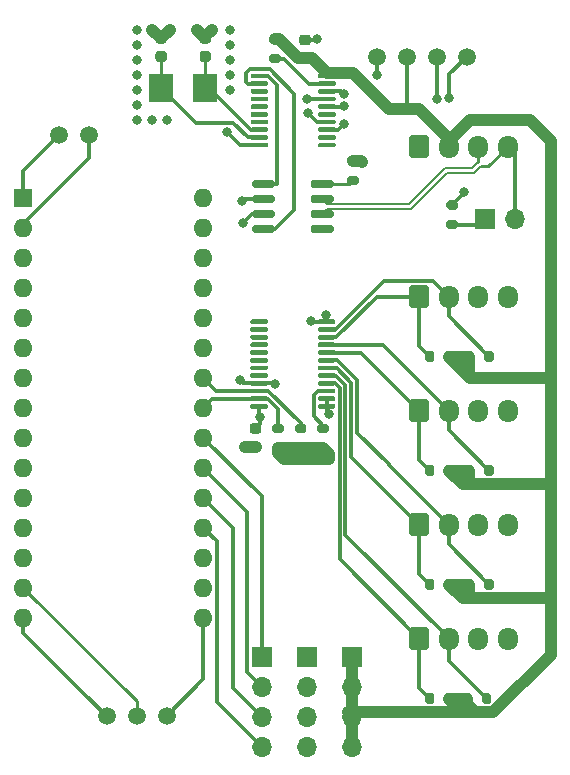
<source format=gbr>
%TF.GenerationSoftware,KiCad,Pcbnew,(5.1.9)-1*%
%TF.CreationDate,2021-07-30T23:28:39+09:30*%
%TF.ProjectId,tyre_temp_sense,74797265-5f74-4656-9d70-5f73656e7365,rev?*%
%TF.SameCoordinates,Original*%
%TF.FileFunction,Copper,L1,Top*%
%TF.FilePolarity,Positive*%
%FSLAX46Y46*%
G04 Gerber Fmt 4.6, Leading zero omitted, Abs format (unit mm)*
G04 Created by KiCad (PCBNEW (5.1.9)-1) date 2021-07-30 23:28:39*
%MOMM*%
%LPD*%
G01*
G04 APERTURE LIST*
%TA.AperFunction,ComponentPad*%
%ADD10O,1.600000X1.600000*%
%TD*%
%TA.AperFunction,ComponentPad*%
%ADD11R,1.600000X1.600000*%
%TD*%
%TA.AperFunction,SMDPad,CuDef*%
%ADD12C,1.500000*%
%TD*%
%TA.AperFunction,ComponentPad*%
%ADD13O,1.700000X1.700000*%
%TD*%
%TA.AperFunction,ComponentPad*%
%ADD14R,1.700000X1.700000*%
%TD*%
%TA.AperFunction,SMDPad,CuDef*%
%ADD15R,2.000000X2.400000*%
%TD*%
%TA.AperFunction,ComponentPad*%
%ADD16O,1.700000X1.950000*%
%TD*%
%TA.AperFunction,ViaPad*%
%ADD17C,0.800000*%
%TD*%
%TA.AperFunction,Conductor*%
%ADD18C,0.300000*%
%TD*%
%TA.AperFunction,Conductor*%
%ADD19C,0.250000*%
%TD*%
%TA.AperFunction,Conductor*%
%ADD20C,1.000000*%
%TD*%
%TA.AperFunction,Conductor*%
%ADD21C,0.200000*%
%TD*%
G04 APERTURE END LIST*
D10*
%TO.P,A1,16*%
%TO.N,CLK_CAN*%
X88392000Y-90678000D03*
%TO.P,A1,15*%
%TO.N,MISO_CAN*%
X73152000Y-90678000D03*
%TO.P,A1,30*%
%TO.N,Net-(A1-Pad30)*%
X88392000Y-55118000D03*
%TO.P,A1,14*%
%TO.N,MOSI_CAN*%
X73152000Y-88138000D03*
%TO.P,A1,29*%
%TO.N,GND*%
X88392000Y-57658000D03*
%TO.P,A1,13*%
%TO.N,Net-(A1-Pad13)*%
X73152000Y-85598000D03*
%TO.P,A1,28*%
%TO.N,Net-(A1-Pad28)*%
X88392000Y-60198000D03*
%TO.P,A1,12*%
%TO.N,Net-(A1-Pad12)*%
X73152000Y-83058000D03*
%TO.P,A1,27*%
%TO.N,+5V*%
X88392000Y-62738000D03*
%TO.P,A1,11*%
%TO.N,Net-(A1-Pad11)*%
X73152000Y-80518000D03*
%TO.P,A1,26*%
%TO.N,Net-(A1-Pad26)*%
X88392000Y-65278000D03*
%TO.P,A1,10*%
%TO.N,Net-(A1-Pad10)*%
X73152000Y-77978000D03*
%TO.P,A1,25*%
%TO.N,Net-(A1-Pad25)*%
X88392000Y-67818000D03*
%TO.P,A1,9*%
%TO.N,D6*%
X73152000Y-75438000D03*
%TO.P,A1,24*%
%TO.N,SCL*%
X88392000Y-70358000D03*
%TO.P,A1,8*%
%TO.N,Net-(A1-Pad8)*%
X73152000Y-72898000D03*
%TO.P,A1,23*%
%TO.N,SDA*%
X88392000Y-72898000D03*
%TO.P,A1,7*%
%TO.N,Net-(A1-Pad7)*%
X73152000Y-70358000D03*
%TO.P,A1,22*%
%TO.N,A3*%
X88392000Y-75438000D03*
%TO.P,A1,6*%
%TO.N,Net-(A1-Pad6)*%
X73152000Y-67818000D03*
%TO.P,A1,21*%
%TO.N,A2*%
X88392000Y-77978000D03*
%TO.P,A1,5*%
%TO.N,D2*%
X73152000Y-65278000D03*
%TO.P,A1,20*%
%TO.N,A1*%
X88392000Y-80518000D03*
%TO.P,A1,4*%
%TO.N,GND*%
X73152000Y-62738000D03*
%TO.P,A1,19*%
%TO.N,A0*%
X88392000Y-83058000D03*
%TO.P,A1,3*%
%TO.N,Net-(A1-Pad3)*%
X73152000Y-60198000D03*
%TO.P,A1,18*%
%TO.N,Net-(A1-Pad18)*%
X88392000Y-85598000D03*
%TO.P,A1,2*%
%TO.N,Net-(A1-Pad2)*%
X73152000Y-57658000D03*
%TO.P,A1,17*%
%TO.N,+3V3*%
X88392000Y-88138000D03*
D11*
%TO.P,A1,1*%
%TO.N,Net-(A1-Pad1)*%
X73152000Y-55118000D03*
%TD*%
D12*
%TO.P,TP6,1*%
%TO.N,MISO_CAN*%
X80232000Y-99000000D03*
%TD*%
%TO.P,TP3,1*%
%TO.N,CAN+*%
X108204000Y-43180000D03*
%TD*%
%TO.P,TP4,1*%
%TO.N,+5V*%
X105664000Y-43180000D03*
%TD*%
%TO.P,TP1,1*%
%TO.N,CAN-*%
X110744000Y-43180000D03*
%TD*%
D13*
%TO.P,J9,4*%
%TO.N,GND*%
X97155000Y-101600000D03*
%TO.P,J9,3*%
X97155000Y-99060000D03*
%TO.P,J9,2*%
X97155000Y-96520000D03*
D14*
%TO.P,J9,1*%
X97155000Y-93980000D03*
%TD*%
D13*
%TO.P,J3,4*%
%TO.N,A0*%
X93345000Y-101600000D03*
%TO.P,J3,3*%
%TO.N,A1*%
X93345000Y-99060000D03*
%TO.P,J3,2*%
%TO.N,A2*%
X93345000Y-96520000D03*
D14*
%TO.P,J3,1*%
%TO.N,A3*%
X93345000Y-93980000D03*
%TD*%
D13*
%TO.P,J2,4*%
%TO.N,+5V*%
X100965000Y-101600000D03*
%TO.P,J2,3*%
X100965000Y-99060000D03*
%TO.P,J2,2*%
X100965000Y-96520000D03*
D14*
%TO.P,J2,1*%
X100965000Y-93980000D03*
%TD*%
D15*
%TO.P,Y1,2*%
%TO.N,Net-(C2-Pad1)*%
X88572000Y-45836000D03*
%TO.P,Y1,1*%
%TO.N,Net-(C3-Pad1)*%
X84872000Y-45836000D03*
%TD*%
%TO.P,C2,2*%
%TO.N,GND*%
%TA.AperFunction,SMDPad,CuDef*%
G36*
G01*
X88822000Y-42080000D02*
X88322000Y-42080000D01*
G75*
G02*
X88097000Y-41855000I0J225000D01*
G01*
X88097000Y-41405000D01*
G75*
G02*
X88322000Y-41180000I225000J0D01*
G01*
X88822000Y-41180000D01*
G75*
G02*
X89047000Y-41405000I0J-225000D01*
G01*
X89047000Y-41855000D01*
G75*
G02*
X88822000Y-42080000I-225000J0D01*
G01*
G37*
%TD.AperFunction*%
%TO.P,C2,1*%
%TO.N,Net-(C2-Pad1)*%
%TA.AperFunction,SMDPad,CuDef*%
G36*
G01*
X88822000Y-43630000D02*
X88322000Y-43630000D01*
G75*
G02*
X88097000Y-43405000I0J225000D01*
G01*
X88097000Y-42955000D01*
G75*
G02*
X88322000Y-42730000I225000J0D01*
G01*
X88822000Y-42730000D01*
G75*
G02*
X89047000Y-42955000I0J-225000D01*
G01*
X89047000Y-43405000D01*
G75*
G02*
X88822000Y-43630000I-225000J0D01*
G01*
G37*
%TD.AperFunction*%
%TD*%
%TO.P,U3,8*%
%TO.N,Net-(R13-Pad1)*%
%TA.AperFunction,SMDPad,CuDef*%
G36*
G01*
X97500000Y-54125000D02*
X97500000Y-53825000D01*
G75*
G02*
X97650000Y-53675000I150000J0D01*
G01*
X99300000Y-53675000D01*
G75*
G02*
X99450000Y-53825000I0J-150000D01*
G01*
X99450000Y-54125000D01*
G75*
G02*
X99300000Y-54275000I-150000J0D01*
G01*
X97650000Y-54275000D01*
G75*
G02*
X97500000Y-54125000I0J150000D01*
G01*
G37*
%TD.AperFunction*%
%TO.P,U3,7*%
%TO.N,CAN+*%
%TA.AperFunction,SMDPad,CuDef*%
G36*
G01*
X97500000Y-55395000D02*
X97500000Y-55095000D01*
G75*
G02*
X97650000Y-54945000I150000J0D01*
G01*
X99300000Y-54945000D01*
G75*
G02*
X99450000Y-55095000I0J-150000D01*
G01*
X99450000Y-55395000D01*
G75*
G02*
X99300000Y-55545000I-150000J0D01*
G01*
X97650000Y-55545000D01*
G75*
G02*
X97500000Y-55395000I0J150000D01*
G01*
G37*
%TD.AperFunction*%
%TO.P,U3,6*%
%TO.N,CAN-*%
%TA.AperFunction,SMDPad,CuDef*%
G36*
G01*
X97500000Y-56665000D02*
X97500000Y-56365000D01*
G75*
G02*
X97650000Y-56215000I150000J0D01*
G01*
X99300000Y-56215000D01*
G75*
G02*
X99450000Y-56365000I0J-150000D01*
G01*
X99450000Y-56665000D01*
G75*
G02*
X99300000Y-56815000I-150000J0D01*
G01*
X97650000Y-56815000D01*
G75*
G02*
X97500000Y-56665000I0J150000D01*
G01*
G37*
%TD.AperFunction*%
%TO.P,U3,5*%
%TO.N,Net-(U3-Pad5)*%
%TA.AperFunction,SMDPad,CuDef*%
G36*
G01*
X97500000Y-57935000D02*
X97500000Y-57635000D01*
G75*
G02*
X97650000Y-57485000I150000J0D01*
G01*
X99300000Y-57485000D01*
G75*
G02*
X99450000Y-57635000I0J-150000D01*
G01*
X99450000Y-57935000D01*
G75*
G02*
X99300000Y-58085000I-150000J0D01*
G01*
X97650000Y-58085000D01*
G75*
G02*
X97500000Y-57935000I0J150000D01*
G01*
G37*
%TD.AperFunction*%
%TO.P,U3,4*%
%TO.N,Net-(U2-Pad2)*%
%TA.AperFunction,SMDPad,CuDef*%
G36*
G01*
X92550000Y-57935000D02*
X92550000Y-57635000D01*
G75*
G02*
X92700000Y-57485000I150000J0D01*
G01*
X94350000Y-57485000D01*
G75*
G02*
X94500000Y-57635000I0J-150000D01*
G01*
X94500000Y-57935000D01*
G75*
G02*
X94350000Y-58085000I-150000J0D01*
G01*
X92700000Y-58085000D01*
G75*
G02*
X92550000Y-57935000I0J150000D01*
G01*
G37*
%TD.AperFunction*%
%TO.P,U3,3*%
%TO.N,+5V*%
%TA.AperFunction,SMDPad,CuDef*%
G36*
G01*
X92550000Y-56665000D02*
X92550000Y-56365000D01*
G75*
G02*
X92700000Y-56215000I150000J0D01*
G01*
X94350000Y-56215000D01*
G75*
G02*
X94500000Y-56365000I0J-150000D01*
G01*
X94500000Y-56665000D01*
G75*
G02*
X94350000Y-56815000I-150000J0D01*
G01*
X92700000Y-56815000D01*
G75*
G02*
X92550000Y-56665000I0J150000D01*
G01*
G37*
%TD.AperFunction*%
%TO.P,U3,2*%
%TO.N,GND*%
%TA.AperFunction,SMDPad,CuDef*%
G36*
G01*
X92550000Y-55395000D02*
X92550000Y-55095000D01*
G75*
G02*
X92700000Y-54945000I150000J0D01*
G01*
X94350000Y-54945000D01*
G75*
G02*
X94500000Y-55095000I0J-150000D01*
G01*
X94500000Y-55395000D01*
G75*
G02*
X94350000Y-55545000I-150000J0D01*
G01*
X92700000Y-55545000D01*
G75*
G02*
X92550000Y-55395000I0J150000D01*
G01*
G37*
%TD.AperFunction*%
%TO.P,U3,1*%
%TO.N,Net-(U2-Pad1)*%
%TA.AperFunction,SMDPad,CuDef*%
G36*
G01*
X92550000Y-54125000D02*
X92550000Y-53825000D01*
G75*
G02*
X92700000Y-53675000I150000J0D01*
G01*
X94350000Y-53675000D01*
G75*
G02*
X94500000Y-53825000I0J-150000D01*
G01*
X94500000Y-54125000D01*
G75*
G02*
X94350000Y-54275000I-150000J0D01*
G01*
X92700000Y-54275000D01*
G75*
G02*
X92550000Y-54125000I0J150000D01*
G01*
G37*
%TD.AperFunction*%
%TD*%
%TO.P,U2,1*%
%TO.N,Net-(U2-Pad1)*%
%TA.AperFunction,SMDPad,CuDef*%
G36*
G01*
X92412000Y-44927000D02*
X92412000Y-44727000D01*
G75*
G02*
X92512000Y-44627000I100000J0D01*
G01*
X93787000Y-44627000D01*
G75*
G02*
X93887000Y-44727000I0J-100000D01*
G01*
X93887000Y-44927000D01*
G75*
G02*
X93787000Y-45027000I-100000J0D01*
G01*
X92512000Y-45027000D01*
G75*
G02*
X92412000Y-44927000I0J100000D01*
G01*
G37*
%TD.AperFunction*%
%TO.P,U2,2*%
%TO.N,Net-(U2-Pad2)*%
%TA.AperFunction,SMDPad,CuDef*%
G36*
G01*
X92412000Y-45577000D02*
X92412000Y-45377000D01*
G75*
G02*
X92512000Y-45277000I100000J0D01*
G01*
X93787000Y-45277000D01*
G75*
G02*
X93887000Y-45377000I0J-100000D01*
G01*
X93887000Y-45577000D01*
G75*
G02*
X93787000Y-45677000I-100000J0D01*
G01*
X92512000Y-45677000D01*
G75*
G02*
X92412000Y-45577000I0J100000D01*
G01*
G37*
%TD.AperFunction*%
%TO.P,U2,3*%
%TO.N,Net-(U2-Pad3)*%
%TA.AperFunction,SMDPad,CuDef*%
G36*
G01*
X92412000Y-46227000D02*
X92412000Y-46027000D01*
G75*
G02*
X92512000Y-45927000I100000J0D01*
G01*
X93787000Y-45927000D01*
G75*
G02*
X93887000Y-46027000I0J-100000D01*
G01*
X93887000Y-46227000D01*
G75*
G02*
X93787000Y-46327000I-100000J0D01*
G01*
X92512000Y-46327000D01*
G75*
G02*
X92412000Y-46227000I0J100000D01*
G01*
G37*
%TD.AperFunction*%
%TO.P,U2,4*%
%TO.N,Net-(U2-Pad4)*%
%TA.AperFunction,SMDPad,CuDef*%
G36*
G01*
X92412000Y-46877000D02*
X92412000Y-46677000D01*
G75*
G02*
X92512000Y-46577000I100000J0D01*
G01*
X93787000Y-46577000D01*
G75*
G02*
X93887000Y-46677000I0J-100000D01*
G01*
X93887000Y-46877000D01*
G75*
G02*
X93787000Y-46977000I-100000J0D01*
G01*
X92512000Y-46977000D01*
G75*
G02*
X92412000Y-46877000I0J100000D01*
G01*
G37*
%TD.AperFunction*%
%TO.P,U2,5*%
%TO.N,Net-(U2-Pad5)*%
%TA.AperFunction,SMDPad,CuDef*%
G36*
G01*
X92412000Y-47527000D02*
X92412000Y-47327000D01*
G75*
G02*
X92512000Y-47227000I100000J0D01*
G01*
X93787000Y-47227000D01*
G75*
G02*
X93887000Y-47327000I0J-100000D01*
G01*
X93887000Y-47527000D01*
G75*
G02*
X93787000Y-47627000I-100000J0D01*
G01*
X92512000Y-47627000D01*
G75*
G02*
X92412000Y-47527000I0J100000D01*
G01*
G37*
%TD.AperFunction*%
%TO.P,U2,6*%
%TO.N,Net-(U2-Pad6)*%
%TA.AperFunction,SMDPad,CuDef*%
G36*
G01*
X92412000Y-48177000D02*
X92412000Y-47977000D01*
G75*
G02*
X92512000Y-47877000I100000J0D01*
G01*
X93787000Y-47877000D01*
G75*
G02*
X93887000Y-47977000I0J-100000D01*
G01*
X93887000Y-48177000D01*
G75*
G02*
X93787000Y-48277000I-100000J0D01*
G01*
X92512000Y-48277000D01*
G75*
G02*
X92412000Y-48177000I0J100000D01*
G01*
G37*
%TD.AperFunction*%
%TO.P,U2,7*%
%TO.N,Net-(U2-Pad7)*%
%TA.AperFunction,SMDPad,CuDef*%
G36*
G01*
X92412000Y-48827000D02*
X92412000Y-48627000D01*
G75*
G02*
X92512000Y-48527000I100000J0D01*
G01*
X93787000Y-48527000D01*
G75*
G02*
X93887000Y-48627000I0J-100000D01*
G01*
X93887000Y-48827000D01*
G75*
G02*
X93787000Y-48927000I-100000J0D01*
G01*
X92512000Y-48927000D01*
G75*
G02*
X92412000Y-48827000I0J100000D01*
G01*
G37*
%TD.AperFunction*%
%TO.P,U2,8*%
%TO.N,Net-(C2-Pad1)*%
%TA.AperFunction,SMDPad,CuDef*%
G36*
G01*
X92412000Y-49477000D02*
X92412000Y-49277000D01*
G75*
G02*
X92512000Y-49177000I100000J0D01*
G01*
X93787000Y-49177000D01*
G75*
G02*
X93887000Y-49277000I0J-100000D01*
G01*
X93887000Y-49477000D01*
G75*
G02*
X93787000Y-49577000I-100000J0D01*
G01*
X92512000Y-49577000D01*
G75*
G02*
X92412000Y-49477000I0J100000D01*
G01*
G37*
%TD.AperFunction*%
%TO.P,U2,9*%
%TO.N,Net-(C3-Pad1)*%
%TA.AperFunction,SMDPad,CuDef*%
G36*
G01*
X92412000Y-50127000D02*
X92412000Y-49927000D01*
G75*
G02*
X92512000Y-49827000I100000J0D01*
G01*
X93787000Y-49827000D01*
G75*
G02*
X93887000Y-49927000I0J-100000D01*
G01*
X93887000Y-50127000D01*
G75*
G02*
X93787000Y-50227000I-100000J0D01*
G01*
X92512000Y-50227000D01*
G75*
G02*
X92412000Y-50127000I0J100000D01*
G01*
G37*
%TD.AperFunction*%
%TO.P,U2,10*%
%TO.N,GND*%
%TA.AperFunction,SMDPad,CuDef*%
G36*
G01*
X92412000Y-50777000D02*
X92412000Y-50577000D01*
G75*
G02*
X92512000Y-50477000I100000J0D01*
G01*
X93787000Y-50477000D01*
G75*
G02*
X93887000Y-50577000I0J-100000D01*
G01*
X93887000Y-50777000D01*
G75*
G02*
X93787000Y-50877000I-100000J0D01*
G01*
X92512000Y-50877000D01*
G75*
G02*
X92412000Y-50777000I0J100000D01*
G01*
G37*
%TD.AperFunction*%
%TO.P,U2,11*%
%TO.N,Net-(U2-Pad11)*%
%TA.AperFunction,SMDPad,CuDef*%
G36*
G01*
X98137000Y-50777000D02*
X98137000Y-50577000D01*
G75*
G02*
X98237000Y-50477000I100000J0D01*
G01*
X99512000Y-50477000D01*
G75*
G02*
X99612000Y-50577000I0J-100000D01*
G01*
X99612000Y-50777000D01*
G75*
G02*
X99512000Y-50877000I-100000J0D01*
G01*
X98237000Y-50877000D01*
G75*
G02*
X98137000Y-50777000I0J100000D01*
G01*
G37*
%TD.AperFunction*%
%TO.P,U2,12*%
%TO.N,Net-(U2-Pad12)*%
%TA.AperFunction,SMDPad,CuDef*%
G36*
G01*
X98137000Y-50127000D02*
X98137000Y-49927000D01*
G75*
G02*
X98237000Y-49827000I100000J0D01*
G01*
X99512000Y-49827000D01*
G75*
G02*
X99612000Y-49927000I0J-100000D01*
G01*
X99612000Y-50127000D01*
G75*
G02*
X99512000Y-50227000I-100000J0D01*
G01*
X98237000Y-50227000D01*
G75*
G02*
X98137000Y-50127000I0J100000D01*
G01*
G37*
%TD.AperFunction*%
%TO.P,U2,13*%
%TO.N,D2*%
%TA.AperFunction,SMDPad,CuDef*%
G36*
G01*
X98137000Y-49477000D02*
X98137000Y-49277000D01*
G75*
G02*
X98237000Y-49177000I100000J0D01*
G01*
X99512000Y-49177000D01*
G75*
G02*
X99612000Y-49277000I0J-100000D01*
G01*
X99612000Y-49477000D01*
G75*
G02*
X99512000Y-49577000I-100000J0D01*
G01*
X98237000Y-49577000D01*
G75*
G02*
X98137000Y-49477000I0J100000D01*
G01*
G37*
%TD.AperFunction*%
%TO.P,U2,14*%
%TO.N,CLK_CAN*%
%TA.AperFunction,SMDPad,CuDef*%
G36*
G01*
X98137000Y-48827000D02*
X98137000Y-48627000D01*
G75*
G02*
X98237000Y-48527000I100000J0D01*
G01*
X99512000Y-48527000D01*
G75*
G02*
X99612000Y-48627000I0J-100000D01*
G01*
X99612000Y-48827000D01*
G75*
G02*
X99512000Y-48927000I-100000J0D01*
G01*
X98237000Y-48927000D01*
G75*
G02*
X98137000Y-48827000I0J100000D01*
G01*
G37*
%TD.AperFunction*%
%TO.P,U2,15*%
%TO.N,Net-(U2-Pad15)*%
%TA.AperFunction,SMDPad,CuDef*%
G36*
G01*
X98137000Y-48177000D02*
X98137000Y-47977000D01*
G75*
G02*
X98237000Y-47877000I100000J0D01*
G01*
X99512000Y-47877000D01*
G75*
G02*
X99612000Y-47977000I0J-100000D01*
G01*
X99612000Y-48177000D01*
G75*
G02*
X99512000Y-48277000I-100000J0D01*
G01*
X98237000Y-48277000D01*
G75*
G02*
X98137000Y-48177000I0J100000D01*
G01*
G37*
%TD.AperFunction*%
%TO.P,U2,16*%
%TO.N,MOSI_CAN*%
%TA.AperFunction,SMDPad,CuDef*%
G36*
G01*
X98137000Y-47527000D02*
X98137000Y-47327000D01*
G75*
G02*
X98237000Y-47227000I100000J0D01*
G01*
X99512000Y-47227000D01*
G75*
G02*
X99612000Y-47327000I0J-100000D01*
G01*
X99612000Y-47527000D01*
G75*
G02*
X99512000Y-47627000I-100000J0D01*
G01*
X98237000Y-47627000D01*
G75*
G02*
X98137000Y-47527000I0J100000D01*
G01*
G37*
%TD.AperFunction*%
%TO.P,U2,17*%
%TO.N,MISO_CAN*%
%TA.AperFunction,SMDPad,CuDef*%
G36*
G01*
X98137000Y-46877000D02*
X98137000Y-46677000D01*
G75*
G02*
X98237000Y-46577000I100000J0D01*
G01*
X99512000Y-46577000D01*
G75*
G02*
X99612000Y-46677000I0J-100000D01*
G01*
X99612000Y-46877000D01*
G75*
G02*
X99512000Y-46977000I-100000J0D01*
G01*
X98237000Y-46977000D01*
G75*
G02*
X98137000Y-46877000I0J100000D01*
G01*
G37*
%TD.AperFunction*%
%TO.P,U2,18*%
%TO.N,D6*%
%TA.AperFunction,SMDPad,CuDef*%
G36*
G01*
X98137000Y-46227000D02*
X98137000Y-46027000D01*
G75*
G02*
X98237000Y-45927000I100000J0D01*
G01*
X99512000Y-45927000D01*
G75*
G02*
X99612000Y-46027000I0J-100000D01*
G01*
X99612000Y-46227000D01*
G75*
G02*
X99512000Y-46327000I-100000J0D01*
G01*
X98237000Y-46327000D01*
G75*
G02*
X98137000Y-46227000I0J100000D01*
G01*
G37*
%TD.AperFunction*%
%TO.P,U2,19*%
%TO.N,Net-(R12-Pad2)*%
%TA.AperFunction,SMDPad,CuDef*%
G36*
G01*
X98137000Y-45577000D02*
X98137000Y-45377000D01*
G75*
G02*
X98237000Y-45277000I100000J0D01*
G01*
X99512000Y-45277000D01*
G75*
G02*
X99612000Y-45377000I0J-100000D01*
G01*
X99612000Y-45577000D01*
G75*
G02*
X99512000Y-45677000I-100000J0D01*
G01*
X98237000Y-45677000D01*
G75*
G02*
X98137000Y-45577000I0J100000D01*
G01*
G37*
%TD.AperFunction*%
%TO.P,U2,20*%
%TO.N,+5V*%
%TA.AperFunction,SMDPad,CuDef*%
G36*
G01*
X98137000Y-44927000D02*
X98137000Y-44727000D01*
G75*
G02*
X98237000Y-44627000I100000J0D01*
G01*
X99512000Y-44627000D01*
G75*
G02*
X99612000Y-44727000I0J-100000D01*
G01*
X99612000Y-44927000D01*
G75*
G02*
X99512000Y-45027000I-100000J0D01*
G01*
X98237000Y-45027000D01*
G75*
G02*
X98137000Y-44927000I0J100000D01*
G01*
G37*
%TD.AperFunction*%
%TD*%
%TO.P,U1,24*%
%TO.N,+5V*%
%TA.AperFunction,SMDPad,CuDef*%
G36*
G01*
X93875000Y-72694000D02*
X93875000Y-72894000D01*
G75*
G02*
X93775000Y-72994000I-100000J0D01*
G01*
X92500000Y-72994000D01*
G75*
G02*
X92400000Y-72894000I0J100000D01*
G01*
X92400000Y-72694000D01*
G75*
G02*
X92500000Y-72594000I100000J0D01*
G01*
X93775000Y-72594000D01*
G75*
G02*
X93875000Y-72694000I0J-100000D01*
G01*
G37*
%TD.AperFunction*%
%TO.P,U1,23*%
%TO.N,SDA*%
%TA.AperFunction,SMDPad,CuDef*%
G36*
G01*
X93875000Y-72044000D02*
X93875000Y-72244000D01*
G75*
G02*
X93775000Y-72344000I-100000J0D01*
G01*
X92500000Y-72344000D01*
G75*
G02*
X92400000Y-72244000I0J100000D01*
G01*
X92400000Y-72044000D01*
G75*
G02*
X92500000Y-71944000I100000J0D01*
G01*
X93775000Y-71944000D01*
G75*
G02*
X93875000Y-72044000I0J-100000D01*
G01*
G37*
%TD.AperFunction*%
%TO.P,U1,22*%
%TO.N,SCL*%
%TA.AperFunction,SMDPad,CuDef*%
G36*
G01*
X93875000Y-71394000D02*
X93875000Y-71594000D01*
G75*
G02*
X93775000Y-71694000I-100000J0D01*
G01*
X92500000Y-71694000D01*
G75*
G02*
X92400000Y-71594000I0J100000D01*
G01*
X92400000Y-71394000D01*
G75*
G02*
X92500000Y-71294000I100000J0D01*
G01*
X93775000Y-71294000D01*
G75*
G02*
X93875000Y-71394000I0J-100000D01*
G01*
G37*
%TD.AperFunction*%
%TO.P,U1,21*%
%TO.N,GND*%
%TA.AperFunction,SMDPad,CuDef*%
G36*
G01*
X93875000Y-70744000D02*
X93875000Y-70944000D01*
G75*
G02*
X93775000Y-71044000I-100000J0D01*
G01*
X92500000Y-71044000D01*
G75*
G02*
X92400000Y-70944000I0J100000D01*
G01*
X92400000Y-70744000D01*
G75*
G02*
X92500000Y-70644000I100000J0D01*
G01*
X93775000Y-70644000D01*
G75*
G02*
X93875000Y-70744000I0J-100000D01*
G01*
G37*
%TD.AperFunction*%
%TO.P,U1,20*%
%TO.N,Net-(U1-Pad20)*%
%TA.AperFunction,SMDPad,CuDef*%
G36*
G01*
X93875000Y-70094000D02*
X93875000Y-70294000D01*
G75*
G02*
X93775000Y-70394000I-100000J0D01*
G01*
X92500000Y-70394000D01*
G75*
G02*
X92400000Y-70294000I0J100000D01*
G01*
X92400000Y-70094000D01*
G75*
G02*
X92500000Y-69994000I100000J0D01*
G01*
X93775000Y-69994000D01*
G75*
G02*
X93875000Y-70094000I0J-100000D01*
G01*
G37*
%TD.AperFunction*%
%TO.P,U1,19*%
%TO.N,Net-(U1-Pad19)*%
%TA.AperFunction,SMDPad,CuDef*%
G36*
G01*
X93875000Y-69444000D02*
X93875000Y-69644000D01*
G75*
G02*
X93775000Y-69744000I-100000J0D01*
G01*
X92500000Y-69744000D01*
G75*
G02*
X92400000Y-69644000I0J100000D01*
G01*
X92400000Y-69444000D01*
G75*
G02*
X92500000Y-69344000I100000J0D01*
G01*
X93775000Y-69344000D01*
G75*
G02*
X93875000Y-69444000I0J-100000D01*
G01*
G37*
%TD.AperFunction*%
%TO.P,U1,18*%
%TO.N,Net-(U1-Pad18)*%
%TA.AperFunction,SMDPad,CuDef*%
G36*
G01*
X93875000Y-68794000D02*
X93875000Y-68994000D01*
G75*
G02*
X93775000Y-69094000I-100000J0D01*
G01*
X92500000Y-69094000D01*
G75*
G02*
X92400000Y-68994000I0J100000D01*
G01*
X92400000Y-68794000D01*
G75*
G02*
X92500000Y-68694000I100000J0D01*
G01*
X93775000Y-68694000D01*
G75*
G02*
X93875000Y-68794000I0J-100000D01*
G01*
G37*
%TD.AperFunction*%
%TO.P,U1,17*%
%TO.N,Net-(U1-Pad17)*%
%TA.AperFunction,SMDPad,CuDef*%
G36*
G01*
X93875000Y-68144000D02*
X93875000Y-68344000D01*
G75*
G02*
X93775000Y-68444000I-100000J0D01*
G01*
X92500000Y-68444000D01*
G75*
G02*
X92400000Y-68344000I0J100000D01*
G01*
X92400000Y-68144000D01*
G75*
G02*
X92500000Y-68044000I100000J0D01*
G01*
X93775000Y-68044000D01*
G75*
G02*
X93875000Y-68144000I0J-100000D01*
G01*
G37*
%TD.AperFunction*%
%TO.P,U1,16*%
%TO.N,Net-(U1-Pad16)*%
%TA.AperFunction,SMDPad,CuDef*%
G36*
G01*
X93875000Y-67494000D02*
X93875000Y-67694000D01*
G75*
G02*
X93775000Y-67794000I-100000J0D01*
G01*
X92500000Y-67794000D01*
G75*
G02*
X92400000Y-67694000I0J100000D01*
G01*
X92400000Y-67494000D01*
G75*
G02*
X92500000Y-67394000I100000J0D01*
G01*
X93775000Y-67394000D01*
G75*
G02*
X93875000Y-67494000I0J-100000D01*
G01*
G37*
%TD.AperFunction*%
%TO.P,U1,15*%
%TO.N,Net-(U1-Pad15)*%
%TA.AperFunction,SMDPad,CuDef*%
G36*
G01*
X93875000Y-66844000D02*
X93875000Y-67044000D01*
G75*
G02*
X93775000Y-67144000I-100000J0D01*
G01*
X92500000Y-67144000D01*
G75*
G02*
X92400000Y-67044000I0J100000D01*
G01*
X92400000Y-66844000D01*
G75*
G02*
X92500000Y-66744000I100000J0D01*
G01*
X93775000Y-66744000D01*
G75*
G02*
X93875000Y-66844000I0J-100000D01*
G01*
G37*
%TD.AperFunction*%
%TO.P,U1,14*%
%TO.N,Net-(U1-Pad14)*%
%TA.AperFunction,SMDPad,CuDef*%
G36*
G01*
X93875000Y-66194000D02*
X93875000Y-66394000D01*
G75*
G02*
X93775000Y-66494000I-100000J0D01*
G01*
X92500000Y-66494000D01*
G75*
G02*
X92400000Y-66394000I0J100000D01*
G01*
X92400000Y-66194000D01*
G75*
G02*
X92500000Y-66094000I100000J0D01*
G01*
X93775000Y-66094000D01*
G75*
G02*
X93875000Y-66194000I0J-100000D01*
G01*
G37*
%TD.AperFunction*%
%TO.P,U1,13*%
%TO.N,Net-(U1-Pad13)*%
%TA.AperFunction,SMDPad,CuDef*%
G36*
G01*
X93875000Y-65544000D02*
X93875000Y-65744000D01*
G75*
G02*
X93775000Y-65844000I-100000J0D01*
G01*
X92500000Y-65844000D01*
G75*
G02*
X92400000Y-65744000I0J100000D01*
G01*
X92400000Y-65544000D01*
G75*
G02*
X92500000Y-65444000I100000J0D01*
G01*
X93775000Y-65444000D01*
G75*
G02*
X93875000Y-65544000I0J-100000D01*
G01*
G37*
%TD.AperFunction*%
%TO.P,U1,12*%
%TO.N,GND*%
%TA.AperFunction,SMDPad,CuDef*%
G36*
G01*
X99600000Y-65544000D02*
X99600000Y-65744000D01*
G75*
G02*
X99500000Y-65844000I-100000J0D01*
G01*
X98225000Y-65844000D01*
G75*
G02*
X98125000Y-65744000I0J100000D01*
G01*
X98125000Y-65544000D01*
G75*
G02*
X98225000Y-65444000I100000J0D01*
G01*
X99500000Y-65444000D01*
G75*
G02*
X99600000Y-65544000I0J-100000D01*
G01*
G37*
%TD.AperFunction*%
%TO.P,U1,11*%
%TO.N,Net-(J7-Pad2)*%
%TA.AperFunction,SMDPad,CuDef*%
G36*
G01*
X99600000Y-66194000D02*
X99600000Y-66394000D01*
G75*
G02*
X99500000Y-66494000I-100000J0D01*
G01*
X98225000Y-66494000D01*
G75*
G02*
X98125000Y-66394000I0J100000D01*
G01*
X98125000Y-66194000D01*
G75*
G02*
X98225000Y-66094000I100000J0D01*
G01*
X99500000Y-66094000D01*
G75*
G02*
X99600000Y-66194000I0J-100000D01*
G01*
G37*
%TD.AperFunction*%
%TO.P,U1,10*%
%TO.N,Net-(J7-Pad1)*%
%TA.AperFunction,SMDPad,CuDef*%
G36*
G01*
X99600000Y-66844000D02*
X99600000Y-67044000D01*
G75*
G02*
X99500000Y-67144000I-100000J0D01*
G01*
X98225000Y-67144000D01*
G75*
G02*
X98125000Y-67044000I0J100000D01*
G01*
X98125000Y-66844000D01*
G75*
G02*
X98225000Y-66744000I100000J0D01*
G01*
X99500000Y-66744000D01*
G75*
G02*
X99600000Y-66844000I0J-100000D01*
G01*
G37*
%TD.AperFunction*%
%TO.P,U1,9*%
%TO.N,Net-(J6-Pad2)*%
%TA.AperFunction,SMDPad,CuDef*%
G36*
G01*
X99600000Y-67494000D02*
X99600000Y-67694000D01*
G75*
G02*
X99500000Y-67794000I-100000J0D01*
G01*
X98225000Y-67794000D01*
G75*
G02*
X98125000Y-67694000I0J100000D01*
G01*
X98125000Y-67494000D01*
G75*
G02*
X98225000Y-67394000I100000J0D01*
G01*
X99500000Y-67394000D01*
G75*
G02*
X99600000Y-67494000I0J-100000D01*
G01*
G37*
%TD.AperFunction*%
%TO.P,U1,8*%
%TO.N,Net-(J6-Pad1)*%
%TA.AperFunction,SMDPad,CuDef*%
G36*
G01*
X99600000Y-68144000D02*
X99600000Y-68344000D01*
G75*
G02*
X99500000Y-68444000I-100000J0D01*
G01*
X98225000Y-68444000D01*
G75*
G02*
X98125000Y-68344000I0J100000D01*
G01*
X98125000Y-68144000D01*
G75*
G02*
X98225000Y-68044000I100000J0D01*
G01*
X99500000Y-68044000D01*
G75*
G02*
X99600000Y-68144000I0J-100000D01*
G01*
G37*
%TD.AperFunction*%
%TO.P,U1,7*%
%TO.N,Net-(J5-Pad2)*%
%TA.AperFunction,SMDPad,CuDef*%
G36*
G01*
X99600000Y-68794000D02*
X99600000Y-68994000D01*
G75*
G02*
X99500000Y-69094000I-100000J0D01*
G01*
X98225000Y-69094000D01*
G75*
G02*
X98125000Y-68994000I0J100000D01*
G01*
X98125000Y-68794000D01*
G75*
G02*
X98225000Y-68694000I100000J0D01*
G01*
X99500000Y-68694000D01*
G75*
G02*
X99600000Y-68794000I0J-100000D01*
G01*
G37*
%TD.AperFunction*%
%TO.P,U1,6*%
%TO.N,Net-(J5-Pad1)*%
%TA.AperFunction,SMDPad,CuDef*%
G36*
G01*
X99600000Y-69444000D02*
X99600000Y-69644000D01*
G75*
G02*
X99500000Y-69744000I-100000J0D01*
G01*
X98225000Y-69744000D01*
G75*
G02*
X98125000Y-69644000I0J100000D01*
G01*
X98125000Y-69444000D01*
G75*
G02*
X98225000Y-69344000I100000J0D01*
G01*
X99500000Y-69344000D01*
G75*
G02*
X99600000Y-69444000I0J-100000D01*
G01*
G37*
%TD.AperFunction*%
%TO.P,U1,5*%
%TO.N,Net-(J4-Pad2)*%
%TA.AperFunction,SMDPad,CuDef*%
G36*
G01*
X99600000Y-70094000D02*
X99600000Y-70294000D01*
G75*
G02*
X99500000Y-70394000I-100000J0D01*
G01*
X98225000Y-70394000D01*
G75*
G02*
X98125000Y-70294000I0J100000D01*
G01*
X98125000Y-70094000D01*
G75*
G02*
X98225000Y-69994000I100000J0D01*
G01*
X99500000Y-69994000D01*
G75*
G02*
X99600000Y-70094000I0J-100000D01*
G01*
G37*
%TD.AperFunction*%
%TO.P,U1,4*%
%TO.N,Net-(J4-Pad1)*%
%TA.AperFunction,SMDPad,CuDef*%
G36*
G01*
X99600000Y-70744000D02*
X99600000Y-70944000D01*
G75*
G02*
X99500000Y-71044000I-100000J0D01*
G01*
X98225000Y-71044000D01*
G75*
G02*
X98125000Y-70944000I0J100000D01*
G01*
X98125000Y-70744000D01*
G75*
G02*
X98225000Y-70644000I100000J0D01*
G01*
X99500000Y-70644000D01*
G75*
G02*
X99600000Y-70744000I0J-100000D01*
G01*
G37*
%TD.AperFunction*%
%TO.P,U1,3*%
%TO.N,Net-(R1-Pad2)*%
%TA.AperFunction,SMDPad,CuDef*%
G36*
G01*
X99600000Y-71394000D02*
X99600000Y-71594000D01*
G75*
G02*
X99500000Y-71694000I-100000J0D01*
G01*
X98225000Y-71694000D01*
G75*
G02*
X98125000Y-71594000I0J100000D01*
G01*
X98125000Y-71394000D01*
G75*
G02*
X98225000Y-71294000I100000J0D01*
G01*
X99500000Y-71294000D01*
G75*
G02*
X99600000Y-71394000I0J-100000D01*
G01*
G37*
%TD.AperFunction*%
%TO.P,U1,2*%
%TO.N,GND*%
%TA.AperFunction,SMDPad,CuDef*%
G36*
G01*
X99600000Y-72044000D02*
X99600000Y-72244000D01*
G75*
G02*
X99500000Y-72344000I-100000J0D01*
G01*
X98225000Y-72344000D01*
G75*
G02*
X98125000Y-72244000I0J100000D01*
G01*
X98125000Y-72044000D01*
G75*
G02*
X98225000Y-71944000I100000J0D01*
G01*
X99500000Y-71944000D01*
G75*
G02*
X99600000Y-72044000I0J-100000D01*
G01*
G37*
%TD.AperFunction*%
%TO.P,U1,1*%
%TA.AperFunction,SMDPad,CuDef*%
G36*
G01*
X99600000Y-72694000D02*
X99600000Y-72894000D01*
G75*
G02*
X99500000Y-72994000I-100000J0D01*
G01*
X98225000Y-72994000D01*
G75*
G02*
X98125000Y-72894000I0J100000D01*
G01*
X98125000Y-72694000D01*
G75*
G02*
X98225000Y-72594000I100000J0D01*
G01*
X99500000Y-72594000D01*
G75*
G02*
X99600000Y-72694000I0J-100000D01*
G01*
G37*
%TD.AperFunction*%
%TD*%
D12*
%TO.P,TP9,1*%
%TO.N,Net-(A1-Pad1)*%
X76200000Y-49784000D03*
%TD*%
%TO.P,TP8,1*%
%TO.N,Net-(A1-Pad2)*%
X78740000Y-49784000D03*
%TD*%
%TO.P,TP7,1*%
%TO.N,CLK_CAN*%
X85312000Y-99000000D03*
%TD*%
%TO.P,TP5,1*%
%TO.N,MOSI_CAN*%
X82772000Y-99000000D03*
%TD*%
%TO.P,TP2,1*%
%TO.N,GND*%
X103124000Y-43180000D03*
%TD*%
%TO.P,R14,2*%
%TO.N,CAN+*%
%TA.AperFunction,SMDPad,CuDef*%
G36*
G01*
X109749000Y-56154000D02*
X109199000Y-56154000D01*
G75*
G02*
X108999000Y-55954000I0J200000D01*
G01*
X108999000Y-55554000D01*
G75*
G02*
X109199000Y-55354000I200000J0D01*
G01*
X109749000Y-55354000D01*
G75*
G02*
X109949000Y-55554000I0J-200000D01*
G01*
X109949000Y-55954000D01*
G75*
G02*
X109749000Y-56154000I-200000J0D01*
G01*
G37*
%TD.AperFunction*%
%TO.P,R14,1*%
%TO.N,Net-(J8-Pad1)*%
%TA.AperFunction,SMDPad,CuDef*%
G36*
G01*
X109749000Y-57804000D02*
X109199000Y-57804000D01*
G75*
G02*
X108999000Y-57604000I0J200000D01*
G01*
X108999000Y-57204000D01*
G75*
G02*
X109199000Y-57004000I200000J0D01*
G01*
X109749000Y-57004000D01*
G75*
G02*
X109949000Y-57204000I0J-200000D01*
G01*
X109949000Y-57604000D01*
G75*
G02*
X109749000Y-57804000I-200000J0D01*
G01*
G37*
%TD.AperFunction*%
%TD*%
%TO.P,R13,2*%
%TO.N,GND*%
%TA.AperFunction,SMDPad,CuDef*%
G36*
G01*
X101367000Y-52407000D02*
X100817000Y-52407000D01*
G75*
G02*
X100617000Y-52207000I0J200000D01*
G01*
X100617000Y-51807000D01*
G75*
G02*
X100817000Y-51607000I200000J0D01*
G01*
X101367000Y-51607000D01*
G75*
G02*
X101567000Y-51807000I0J-200000D01*
G01*
X101567000Y-52207000D01*
G75*
G02*
X101367000Y-52407000I-200000J0D01*
G01*
G37*
%TD.AperFunction*%
%TO.P,R13,1*%
%TO.N,Net-(R13-Pad1)*%
%TA.AperFunction,SMDPad,CuDef*%
G36*
G01*
X101367000Y-54057000D02*
X100817000Y-54057000D01*
G75*
G02*
X100617000Y-53857000I0J200000D01*
G01*
X100617000Y-53457000D01*
G75*
G02*
X100817000Y-53257000I200000J0D01*
G01*
X101367000Y-53257000D01*
G75*
G02*
X101567000Y-53457000I0J-200000D01*
G01*
X101567000Y-53857000D01*
G75*
G02*
X101367000Y-54057000I-200000J0D01*
G01*
G37*
%TD.AperFunction*%
%TD*%
%TO.P,R12,2*%
%TO.N,Net-(R12-Pad2)*%
%TA.AperFunction,SMDPad,CuDef*%
G36*
G01*
X94213000Y-42970000D02*
X94763000Y-42970000D01*
G75*
G02*
X94963000Y-43170000I0J-200000D01*
G01*
X94963000Y-43570000D01*
G75*
G02*
X94763000Y-43770000I-200000J0D01*
G01*
X94213000Y-43770000D01*
G75*
G02*
X94013000Y-43570000I0J200000D01*
G01*
X94013000Y-43170000D01*
G75*
G02*
X94213000Y-42970000I200000J0D01*
G01*
G37*
%TD.AperFunction*%
%TO.P,R12,1*%
%TO.N,+5V*%
%TA.AperFunction,SMDPad,CuDef*%
G36*
G01*
X94213000Y-41320000D02*
X94763000Y-41320000D01*
G75*
G02*
X94963000Y-41520000I0J-200000D01*
G01*
X94963000Y-41920000D01*
G75*
G02*
X94763000Y-42120000I-200000J0D01*
G01*
X94213000Y-42120000D01*
G75*
G02*
X94013000Y-41920000I0J200000D01*
G01*
X94013000Y-41520000D01*
G75*
G02*
X94213000Y-41320000I200000J0D01*
G01*
G37*
%TD.AperFunction*%
%TD*%
%TO.P,R11,2*%
%TO.N,Net-(J7-Pad1)*%
%TA.AperFunction,SMDPad,CuDef*%
G36*
G01*
X107970000Y-68305000D02*
X107970000Y-68855000D01*
G75*
G02*
X107770000Y-69055000I-200000J0D01*
G01*
X107370000Y-69055000D01*
G75*
G02*
X107170000Y-68855000I0J200000D01*
G01*
X107170000Y-68305000D01*
G75*
G02*
X107370000Y-68105000I200000J0D01*
G01*
X107770000Y-68105000D01*
G75*
G02*
X107970000Y-68305000I0J-200000D01*
G01*
G37*
%TD.AperFunction*%
%TO.P,R11,1*%
%TO.N,+5V*%
%TA.AperFunction,SMDPad,CuDef*%
G36*
G01*
X109620000Y-68305000D02*
X109620000Y-68855000D01*
G75*
G02*
X109420000Y-69055000I-200000J0D01*
G01*
X109020000Y-69055000D01*
G75*
G02*
X108820000Y-68855000I0J200000D01*
G01*
X108820000Y-68305000D01*
G75*
G02*
X109020000Y-68105000I200000J0D01*
G01*
X109420000Y-68105000D01*
G75*
G02*
X109620000Y-68305000I0J-200000D01*
G01*
G37*
%TD.AperFunction*%
%TD*%
%TO.P,R10,2*%
%TO.N,Net-(J7-Pad2)*%
%TA.AperFunction,SMDPad,CuDef*%
G36*
G01*
X112185000Y-68855000D02*
X112185000Y-68305000D01*
G75*
G02*
X112385000Y-68105000I200000J0D01*
G01*
X112785000Y-68105000D01*
G75*
G02*
X112985000Y-68305000I0J-200000D01*
G01*
X112985000Y-68855000D01*
G75*
G02*
X112785000Y-69055000I-200000J0D01*
G01*
X112385000Y-69055000D01*
G75*
G02*
X112185000Y-68855000I0J200000D01*
G01*
G37*
%TD.AperFunction*%
%TO.P,R10,1*%
%TO.N,+5V*%
%TA.AperFunction,SMDPad,CuDef*%
G36*
G01*
X110535000Y-68855000D02*
X110535000Y-68305000D01*
G75*
G02*
X110735000Y-68105000I200000J0D01*
G01*
X111135000Y-68105000D01*
G75*
G02*
X111335000Y-68305000I0J-200000D01*
G01*
X111335000Y-68855000D01*
G75*
G02*
X111135000Y-69055000I-200000J0D01*
G01*
X110735000Y-69055000D01*
G75*
G02*
X110535000Y-68855000I0J200000D01*
G01*
G37*
%TD.AperFunction*%
%TD*%
%TO.P,R9,2*%
%TO.N,Net-(J6-Pad1)*%
%TA.AperFunction,SMDPad,CuDef*%
G36*
G01*
X107970000Y-77957000D02*
X107970000Y-78507000D01*
G75*
G02*
X107770000Y-78707000I-200000J0D01*
G01*
X107370000Y-78707000D01*
G75*
G02*
X107170000Y-78507000I0J200000D01*
G01*
X107170000Y-77957000D01*
G75*
G02*
X107370000Y-77757000I200000J0D01*
G01*
X107770000Y-77757000D01*
G75*
G02*
X107970000Y-77957000I0J-200000D01*
G01*
G37*
%TD.AperFunction*%
%TO.P,R9,1*%
%TO.N,+5V*%
%TA.AperFunction,SMDPad,CuDef*%
G36*
G01*
X109620000Y-77957000D02*
X109620000Y-78507000D01*
G75*
G02*
X109420000Y-78707000I-200000J0D01*
G01*
X109020000Y-78707000D01*
G75*
G02*
X108820000Y-78507000I0J200000D01*
G01*
X108820000Y-77957000D01*
G75*
G02*
X109020000Y-77757000I200000J0D01*
G01*
X109420000Y-77757000D01*
G75*
G02*
X109620000Y-77957000I0J-200000D01*
G01*
G37*
%TD.AperFunction*%
%TD*%
%TO.P,R8,2*%
%TO.N,Net-(J6-Pad2)*%
%TA.AperFunction,SMDPad,CuDef*%
G36*
G01*
X112185000Y-78507000D02*
X112185000Y-77957000D01*
G75*
G02*
X112385000Y-77757000I200000J0D01*
G01*
X112785000Y-77757000D01*
G75*
G02*
X112985000Y-77957000I0J-200000D01*
G01*
X112985000Y-78507000D01*
G75*
G02*
X112785000Y-78707000I-200000J0D01*
G01*
X112385000Y-78707000D01*
G75*
G02*
X112185000Y-78507000I0J200000D01*
G01*
G37*
%TD.AperFunction*%
%TO.P,R8,1*%
%TO.N,+5V*%
%TA.AperFunction,SMDPad,CuDef*%
G36*
G01*
X110535000Y-78507000D02*
X110535000Y-77957000D01*
G75*
G02*
X110735000Y-77757000I200000J0D01*
G01*
X111135000Y-77757000D01*
G75*
G02*
X111335000Y-77957000I0J-200000D01*
G01*
X111335000Y-78507000D01*
G75*
G02*
X111135000Y-78707000I-200000J0D01*
G01*
X110735000Y-78707000D01*
G75*
G02*
X110535000Y-78507000I0J200000D01*
G01*
G37*
%TD.AperFunction*%
%TD*%
%TO.P,R7,2*%
%TO.N,Net-(J5-Pad1)*%
%TA.AperFunction,SMDPad,CuDef*%
G36*
G01*
X107970000Y-87609000D02*
X107970000Y-88159000D01*
G75*
G02*
X107770000Y-88359000I-200000J0D01*
G01*
X107370000Y-88359000D01*
G75*
G02*
X107170000Y-88159000I0J200000D01*
G01*
X107170000Y-87609000D01*
G75*
G02*
X107370000Y-87409000I200000J0D01*
G01*
X107770000Y-87409000D01*
G75*
G02*
X107970000Y-87609000I0J-200000D01*
G01*
G37*
%TD.AperFunction*%
%TO.P,R7,1*%
%TO.N,+5V*%
%TA.AperFunction,SMDPad,CuDef*%
G36*
G01*
X109620000Y-87609000D02*
X109620000Y-88159000D01*
G75*
G02*
X109420000Y-88359000I-200000J0D01*
G01*
X109020000Y-88359000D01*
G75*
G02*
X108820000Y-88159000I0J200000D01*
G01*
X108820000Y-87609000D01*
G75*
G02*
X109020000Y-87409000I200000J0D01*
G01*
X109420000Y-87409000D01*
G75*
G02*
X109620000Y-87609000I0J-200000D01*
G01*
G37*
%TD.AperFunction*%
%TD*%
%TO.P,R6,2*%
%TO.N,Net-(J5-Pad2)*%
%TA.AperFunction,SMDPad,CuDef*%
G36*
G01*
X112185000Y-88159000D02*
X112185000Y-87609000D01*
G75*
G02*
X112385000Y-87409000I200000J0D01*
G01*
X112785000Y-87409000D01*
G75*
G02*
X112985000Y-87609000I0J-200000D01*
G01*
X112985000Y-88159000D01*
G75*
G02*
X112785000Y-88359000I-200000J0D01*
G01*
X112385000Y-88359000D01*
G75*
G02*
X112185000Y-88159000I0J200000D01*
G01*
G37*
%TD.AperFunction*%
%TO.P,R6,1*%
%TO.N,+5V*%
%TA.AperFunction,SMDPad,CuDef*%
G36*
G01*
X110535000Y-88159000D02*
X110535000Y-87609000D01*
G75*
G02*
X110735000Y-87409000I200000J0D01*
G01*
X111135000Y-87409000D01*
G75*
G02*
X111335000Y-87609000I0J-200000D01*
G01*
X111335000Y-88159000D01*
G75*
G02*
X111135000Y-88359000I-200000J0D01*
G01*
X110735000Y-88359000D01*
G75*
G02*
X110535000Y-88159000I0J200000D01*
G01*
G37*
%TD.AperFunction*%
%TD*%
%TO.P,R5,2*%
%TO.N,Net-(J4-Pad1)*%
%TA.AperFunction,SMDPad,CuDef*%
G36*
G01*
X107970000Y-97261000D02*
X107970000Y-97811000D01*
G75*
G02*
X107770000Y-98011000I-200000J0D01*
G01*
X107370000Y-98011000D01*
G75*
G02*
X107170000Y-97811000I0J200000D01*
G01*
X107170000Y-97261000D01*
G75*
G02*
X107370000Y-97061000I200000J0D01*
G01*
X107770000Y-97061000D01*
G75*
G02*
X107970000Y-97261000I0J-200000D01*
G01*
G37*
%TD.AperFunction*%
%TO.P,R5,1*%
%TO.N,+5V*%
%TA.AperFunction,SMDPad,CuDef*%
G36*
G01*
X109620000Y-97261000D02*
X109620000Y-97811000D01*
G75*
G02*
X109420000Y-98011000I-200000J0D01*
G01*
X109020000Y-98011000D01*
G75*
G02*
X108820000Y-97811000I0J200000D01*
G01*
X108820000Y-97261000D01*
G75*
G02*
X109020000Y-97061000I200000J0D01*
G01*
X109420000Y-97061000D01*
G75*
G02*
X109620000Y-97261000I0J-200000D01*
G01*
G37*
%TD.AperFunction*%
%TD*%
%TO.P,R4,2*%
%TO.N,Net-(J4-Pad2)*%
%TA.AperFunction,SMDPad,CuDef*%
G36*
G01*
X111994000Y-97811000D02*
X111994000Y-97261000D01*
G75*
G02*
X112194000Y-97061000I200000J0D01*
G01*
X112594000Y-97061000D01*
G75*
G02*
X112794000Y-97261000I0J-200000D01*
G01*
X112794000Y-97811000D01*
G75*
G02*
X112594000Y-98011000I-200000J0D01*
G01*
X112194000Y-98011000D01*
G75*
G02*
X111994000Y-97811000I0J200000D01*
G01*
G37*
%TD.AperFunction*%
%TO.P,R4,1*%
%TO.N,+5V*%
%TA.AperFunction,SMDPad,CuDef*%
G36*
G01*
X110344000Y-97811000D02*
X110344000Y-97261000D01*
G75*
G02*
X110544000Y-97061000I200000J0D01*
G01*
X110944000Y-97061000D01*
G75*
G02*
X111144000Y-97261000I0J-200000D01*
G01*
X111144000Y-97811000D01*
G75*
G02*
X110944000Y-98011000I-200000J0D01*
G01*
X110544000Y-98011000D01*
G75*
G02*
X110344000Y-97811000I0J200000D01*
G01*
G37*
%TD.AperFunction*%
%TD*%
%TO.P,R3,2*%
%TO.N,SDA*%
%TA.AperFunction,SMDPad,CuDef*%
G36*
G01*
X95017000Y-75076000D02*
X94467000Y-75076000D01*
G75*
G02*
X94267000Y-74876000I0J200000D01*
G01*
X94267000Y-74476000D01*
G75*
G02*
X94467000Y-74276000I200000J0D01*
G01*
X95017000Y-74276000D01*
G75*
G02*
X95217000Y-74476000I0J-200000D01*
G01*
X95217000Y-74876000D01*
G75*
G02*
X95017000Y-75076000I-200000J0D01*
G01*
G37*
%TD.AperFunction*%
%TO.P,R3,1*%
%TO.N,+5V*%
%TA.AperFunction,SMDPad,CuDef*%
G36*
G01*
X95017000Y-76726000D02*
X94467000Y-76726000D01*
G75*
G02*
X94267000Y-76526000I0J200000D01*
G01*
X94267000Y-76126000D01*
G75*
G02*
X94467000Y-75926000I200000J0D01*
G01*
X95017000Y-75926000D01*
G75*
G02*
X95217000Y-76126000I0J-200000D01*
G01*
X95217000Y-76526000D01*
G75*
G02*
X95017000Y-76726000I-200000J0D01*
G01*
G37*
%TD.AperFunction*%
%TD*%
%TO.P,R2,2*%
%TO.N,SCL*%
%TA.AperFunction,SMDPad,CuDef*%
G36*
G01*
X96922000Y-75076000D02*
X96372000Y-75076000D01*
G75*
G02*
X96172000Y-74876000I0J200000D01*
G01*
X96172000Y-74476000D01*
G75*
G02*
X96372000Y-74276000I200000J0D01*
G01*
X96922000Y-74276000D01*
G75*
G02*
X97122000Y-74476000I0J-200000D01*
G01*
X97122000Y-74876000D01*
G75*
G02*
X96922000Y-75076000I-200000J0D01*
G01*
G37*
%TD.AperFunction*%
%TO.P,R2,1*%
%TO.N,+5V*%
%TA.AperFunction,SMDPad,CuDef*%
G36*
G01*
X96922000Y-76726000D02*
X96372000Y-76726000D01*
G75*
G02*
X96172000Y-76526000I0J200000D01*
G01*
X96172000Y-76126000D01*
G75*
G02*
X96372000Y-75926000I200000J0D01*
G01*
X96922000Y-75926000D01*
G75*
G02*
X97122000Y-76126000I0J-200000D01*
G01*
X97122000Y-76526000D01*
G75*
G02*
X96922000Y-76726000I-200000J0D01*
G01*
G37*
%TD.AperFunction*%
%TD*%
%TO.P,R1,2*%
%TO.N,Net-(R1-Pad2)*%
%TA.AperFunction,SMDPad,CuDef*%
G36*
G01*
X98827000Y-75076000D02*
X98277000Y-75076000D01*
G75*
G02*
X98077000Y-74876000I0J200000D01*
G01*
X98077000Y-74476000D01*
G75*
G02*
X98277000Y-74276000I200000J0D01*
G01*
X98827000Y-74276000D01*
G75*
G02*
X99027000Y-74476000I0J-200000D01*
G01*
X99027000Y-74876000D01*
G75*
G02*
X98827000Y-75076000I-200000J0D01*
G01*
G37*
%TD.AperFunction*%
%TO.P,R1,1*%
%TO.N,+5V*%
%TA.AperFunction,SMDPad,CuDef*%
G36*
G01*
X98827000Y-76726000D02*
X98277000Y-76726000D01*
G75*
G02*
X98077000Y-76526000I0J200000D01*
G01*
X98077000Y-76126000D01*
G75*
G02*
X98277000Y-75926000I200000J0D01*
G01*
X98827000Y-75926000D01*
G75*
G02*
X99027000Y-76126000I0J-200000D01*
G01*
X99027000Y-76526000D01*
G75*
G02*
X98827000Y-76726000I-200000J0D01*
G01*
G37*
%TD.AperFunction*%
%TD*%
D13*
%TO.P,J8,2*%
%TO.N,CAN-*%
X114808000Y-56896000D03*
D14*
%TO.P,J8,1*%
%TO.N,Net-(J8-Pad1)*%
X112268000Y-56896000D03*
%TD*%
D16*
%TO.P,J7,4*%
%TO.N,GND*%
X114180000Y-63500000D03*
%TO.P,J7,3*%
%TO.N,+3V3*%
X111680000Y-63500000D03*
%TO.P,J7,2*%
%TO.N,Net-(J7-Pad2)*%
X109180000Y-63500000D03*
%TO.P,J7,1*%
%TO.N,Net-(J7-Pad1)*%
%TA.AperFunction,ComponentPad*%
G36*
G01*
X105830000Y-64225000D02*
X105830000Y-62775000D01*
G75*
G02*
X106080000Y-62525000I250000J0D01*
G01*
X107280000Y-62525000D01*
G75*
G02*
X107530000Y-62775000I0J-250000D01*
G01*
X107530000Y-64225000D01*
G75*
G02*
X107280000Y-64475000I-250000J0D01*
G01*
X106080000Y-64475000D01*
G75*
G02*
X105830000Y-64225000I0J250000D01*
G01*
G37*
%TD.AperFunction*%
%TD*%
%TO.P,J6,4*%
%TO.N,GND*%
X114180000Y-73152000D03*
%TO.P,J6,3*%
%TO.N,+3V3*%
X111680000Y-73152000D03*
%TO.P,J6,2*%
%TO.N,Net-(J6-Pad2)*%
X109180000Y-73152000D03*
%TO.P,J6,1*%
%TO.N,Net-(J6-Pad1)*%
%TA.AperFunction,ComponentPad*%
G36*
G01*
X105830000Y-73877000D02*
X105830000Y-72427000D01*
G75*
G02*
X106080000Y-72177000I250000J0D01*
G01*
X107280000Y-72177000D01*
G75*
G02*
X107530000Y-72427000I0J-250000D01*
G01*
X107530000Y-73877000D01*
G75*
G02*
X107280000Y-74127000I-250000J0D01*
G01*
X106080000Y-74127000D01*
G75*
G02*
X105830000Y-73877000I0J250000D01*
G01*
G37*
%TD.AperFunction*%
%TD*%
%TO.P,J5,4*%
%TO.N,GND*%
X114180000Y-82804000D03*
%TO.P,J5,3*%
%TO.N,+3V3*%
X111680000Y-82804000D03*
%TO.P,J5,2*%
%TO.N,Net-(J5-Pad2)*%
X109180000Y-82804000D03*
%TO.P,J5,1*%
%TO.N,Net-(J5-Pad1)*%
%TA.AperFunction,ComponentPad*%
G36*
G01*
X105830000Y-83529000D02*
X105830000Y-82079000D01*
G75*
G02*
X106080000Y-81829000I250000J0D01*
G01*
X107280000Y-81829000D01*
G75*
G02*
X107530000Y-82079000I0J-250000D01*
G01*
X107530000Y-83529000D01*
G75*
G02*
X107280000Y-83779000I-250000J0D01*
G01*
X106080000Y-83779000D01*
G75*
G02*
X105830000Y-83529000I0J250000D01*
G01*
G37*
%TD.AperFunction*%
%TD*%
%TO.P,J4,4*%
%TO.N,GND*%
X114180000Y-92456000D03*
%TO.P,J4,3*%
%TO.N,+3V3*%
X111680000Y-92456000D03*
%TO.P,J4,2*%
%TO.N,Net-(J4-Pad2)*%
X109180000Y-92456000D03*
%TO.P,J4,1*%
%TO.N,Net-(J4-Pad1)*%
%TA.AperFunction,ComponentPad*%
G36*
G01*
X105830000Y-93181000D02*
X105830000Y-91731000D01*
G75*
G02*
X106080000Y-91481000I250000J0D01*
G01*
X107280000Y-91481000D01*
G75*
G02*
X107530000Y-91731000I0J-250000D01*
G01*
X107530000Y-93181000D01*
G75*
G02*
X107280000Y-93431000I-250000J0D01*
G01*
X106080000Y-93431000D01*
G75*
G02*
X105830000Y-93181000I0J250000D01*
G01*
G37*
%TD.AperFunction*%
%TD*%
%TO.P,J1,4*%
%TO.N,CAN-*%
X114180000Y-50800000D03*
%TO.P,J1,3*%
%TO.N,CAN+*%
X111680000Y-50800000D03*
%TO.P,J1,2*%
%TO.N,+5V*%
X109180000Y-50800000D03*
%TO.P,J1,1*%
%TO.N,GND*%
%TA.AperFunction,ComponentPad*%
G36*
G01*
X105830000Y-51525000D02*
X105830000Y-50075000D01*
G75*
G02*
X106080000Y-49825000I250000J0D01*
G01*
X107280000Y-49825000D01*
G75*
G02*
X107530000Y-50075000I0J-250000D01*
G01*
X107530000Y-51525000D01*
G75*
G02*
X107280000Y-51775000I-250000J0D01*
G01*
X106080000Y-51775000D01*
G75*
G02*
X105830000Y-51525000I0J250000D01*
G01*
G37*
%TD.AperFunction*%
%TD*%
%TO.P,C4,2*%
%TO.N,GND*%
%TA.AperFunction,SMDPad,CuDef*%
G36*
G01*
X97278000Y-42220000D02*
X96778000Y-42220000D01*
G75*
G02*
X96553000Y-41995000I0J225000D01*
G01*
X96553000Y-41545000D01*
G75*
G02*
X96778000Y-41320000I225000J0D01*
G01*
X97278000Y-41320000D01*
G75*
G02*
X97503000Y-41545000I0J-225000D01*
G01*
X97503000Y-41995000D01*
G75*
G02*
X97278000Y-42220000I-225000J0D01*
G01*
G37*
%TD.AperFunction*%
%TO.P,C4,1*%
%TO.N,+5V*%
%TA.AperFunction,SMDPad,CuDef*%
G36*
G01*
X97278000Y-43770000D02*
X96778000Y-43770000D01*
G75*
G02*
X96553000Y-43545000I0J225000D01*
G01*
X96553000Y-43095000D01*
G75*
G02*
X96778000Y-42870000I225000J0D01*
G01*
X97278000Y-42870000D01*
G75*
G02*
X97503000Y-43095000I0J-225000D01*
G01*
X97503000Y-43545000D01*
G75*
G02*
X97278000Y-43770000I-225000J0D01*
G01*
G37*
%TD.AperFunction*%
%TD*%
%TO.P,C3,2*%
%TO.N,GND*%
%TA.AperFunction,SMDPad,CuDef*%
G36*
G01*
X85086000Y-42080000D02*
X84586000Y-42080000D01*
G75*
G02*
X84361000Y-41855000I0J225000D01*
G01*
X84361000Y-41405000D01*
G75*
G02*
X84586000Y-41180000I225000J0D01*
G01*
X85086000Y-41180000D01*
G75*
G02*
X85311000Y-41405000I0J-225000D01*
G01*
X85311000Y-41855000D01*
G75*
G02*
X85086000Y-42080000I-225000J0D01*
G01*
G37*
%TD.AperFunction*%
%TO.P,C3,1*%
%TO.N,Net-(C3-Pad1)*%
%TA.AperFunction,SMDPad,CuDef*%
G36*
G01*
X85086000Y-43630000D02*
X84586000Y-43630000D01*
G75*
G02*
X84361000Y-43405000I0J225000D01*
G01*
X84361000Y-42955000D01*
G75*
G02*
X84586000Y-42730000I225000J0D01*
G01*
X85086000Y-42730000D01*
G75*
G02*
X85311000Y-42955000I0J-225000D01*
G01*
X85311000Y-43405000D01*
G75*
G02*
X85086000Y-43630000I-225000J0D01*
G01*
G37*
%TD.AperFunction*%
%TD*%
%TO.P,C1,2*%
%TO.N,+5V*%
%TA.AperFunction,SMDPad,CuDef*%
G36*
G01*
X93087000Y-75126000D02*
X92587000Y-75126000D01*
G75*
G02*
X92362000Y-74901000I0J225000D01*
G01*
X92362000Y-74451000D01*
G75*
G02*
X92587000Y-74226000I225000J0D01*
G01*
X93087000Y-74226000D01*
G75*
G02*
X93312000Y-74451000I0J-225000D01*
G01*
X93312000Y-74901000D01*
G75*
G02*
X93087000Y-75126000I-225000J0D01*
G01*
G37*
%TD.AperFunction*%
%TO.P,C1,1*%
%TO.N,GND*%
%TA.AperFunction,SMDPad,CuDef*%
G36*
G01*
X93087000Y-76676000D02*
X92587000Y-76676000D01*
G75*
G02*
X92362000Y-76451000I0J225000D01*
G01*
X92362000Y-76001000D01*
G75*
G02*
X92587000Y-75776000I225000J0D01*
G01*
X93087000Y-75776000D01*
G75*
G02*
X93312000Y-76001000I0J-225000D01*
G01*
X93312000Y-76451000D01*
G75*
G02*
X93087000Y-76676000I-225000J0D01*
G01*
G37*
%TD.AperFunction*%
%TD*%
D17*
%TO.N,CLK_CAN*%
X97262008Y-47937439D03*
%TO.N,MISO_CAN*%
X97179668Y-46736000D03*
%TO.N,MOSI_CAN*%
X100330000Y-47355003D03*
%TO.N,GND*%
X103124000Y-44704000D03*
X91694000Y-55372000D03*
X90380505Y-49542000D03*
X94488000Y-70866000D03*
X99060000Y-73406000D03*
X91948000Y-76200000D03*
X91497518Y-70560948D03*
X101854000Y-52070000D03*
X97536000Y-65532000D03*
X98806000Y-65024000D03*
X98044000Y-41656000D03*
X82804000Y-48514000D03*
X82804000Y-47244000D03*
X82804000Y-45974000D03*
X82804000Y-44704000D03*
X82804000Y-43434000D03*
X82804000Y-42164000D03*
X82804000Y-40894000D03*
X84074000Y-48514000D03*
X85344000Y-48514000D03*
X90678000Y-44704000D03*
X90678000Y-45974000D03*
X90678000Y-43434000D03*
X90678000Y-42164000D03*
X90678000Y-40894000D03*
X84074000Y-40894000D03*
X85598000Y-40894000D03*
X87884000Y-40894000D03*
X89154000Y-40894000D03*
%TO.N,+5V*%
X91806677Y-57280146D03*
X93218000Y-73660000D03*
X95250000Y-77216000D03*
X97282000Y-77216000D03*
X99060000Y-77216000D03*
%TO.N,D6*%
X100330000Y-46355000D03*
%TO.N,D2*%
X100330000Y-48895000D03*
%TO.N,CAN+*%
X110490000Y-54610000D03*
X108204000Y-46736000D03*
%TO.N,CAN-*%
X109242331Y-46713669D03*
%TD*%
D18*
%TO.N,CLK_CAN*%
X98051569Y-48727000D02*
X97262008Y-47937439D01*
X98874500Y-48727000D02*
X98051569Y-48727000D01*
X88392000Y-95920000D02*
X85312000Y-99000000D01*
X88392000Y-90678000D02*
X88392000Y-95920000D01*
%TO.N,MISO_CAN*%
X97220668Y-46777000D02*
X97179668Y-46736000D01*
X98874500Y-46777000D02*
X97220668Y-46777000D01*
X73152000Y-91948000D02*
X78232000Y-97028000D01*
X73152000Y-90678000D02*
X73152000Y-91948000D01*
X78260000Y-97028000D02*
X80232000Y-99000000D01*
X78232000Y-97028000D02*
X78260000Y-97028000D01*
%TO.N,MOSI_CAN*%
X100258003Y-47427000D02*
X100330000Y-47355003D01*
X98874500Y-47427000D02*
X100258003Y-47427000D01*
D19*
X82772000Y-97758000D02*
X73152000Y-88138000D01*
X82772000Y-99000000D02*
X82772000Y-97758000D01*
D18*
%TO.N,GND*%
X103124000Y-44704000D02*
X103124000Y-43180000D01*
X91821000Y-55245000D02*
X91694000Y-55372000D01*
X93525000Y-55245000D02*
X91821000Y-55245000D01*
X91515505Y-50677000D02*
X90380505Y-49542000D01*
X93149500Y-50677000D02*
X91515505Y-50677000D01*
X94466000Y-70844000D02*
X94488000Y-70866000D01*
X93137500Y-70844000D02*
X94466000Y-70844000D01*
X91780570Y-70844000D02*
X91497518Y-70560948D01*
X93137500Y-70844000D02*
X91780570Y-70844000D01*
X98862500Y-72144000D02*
X98862500Y-72794000D01*
X98862500Y-73208500D02*
X99060000Y-73406000D01*
X98862500Y-72794000D02*
X98862500Y-73208500D01*
D20*
X91974000Y-76226000D02*
X91948000Y-76200000D01*
X92837000Y-76226000D02*
X91974000Y-76226000D01*
X101791000Y-52007000D02*
X101854000Y-52070000D01*
X101092000Y-52007000D02*
X101791000Y-52007000D01*
D18*
X97648000Y-65644000D02*
X97536000Y-65532000D01*
X98862500Y-65644000D02*
X97648000Y-65644000D01*
X98862500Y-65080500D02*
X98806000Y-65024000D01*
X98862500Y-65644000D02*
X98862500Y-65080500D01*
X97930000Y-41770000D02*
X98044000Y-41656000D01*
X97028000Y-41770000D02*
X97930000Y-41770000D01*
D20*
X84100000Y-40894000D02*
X84836000Y-41630000D01*
X84074000Y-40894000D02*
X84100000Y-40894000D01*
X84862000Y-41630000D02*
X85598000Y-40894000D01*
X84836000Y-41630000D02*
X84862000Y-41630000D01*
X87884000Y-40942000D02*
X88572000Y-41630000D01*
X87884000Y-40894000D02*
X87884000Y-40942000D01*
X88572000Y-41476000D02*
X89154000Y-40894000D01*
X88572000Y-41630000D02*
X88572000Y-41476000D01*
D18*
%TO.N,+5V*%
X92571823Y-56515000D02*
X91806677Y-57280146D01*
X93525000Y-56515000D02*
X92571823Y-56515000D01*
X93137500Y-73579500D02*
X93218000Y-73660000D01*
X93137500Y-72794000D02*
X93137500Y-73579500D01*
X93218000Y-74295000D02*
X92837000Y-74676000D01*
X93218000Y-73660000D02*
X93218000Y-74295000D01*
X96647000Y-76581000D02*
X97282000Y-77216000D01*
X96647000Y-76326000D02*
X96647000Y-76581000D01*
D20*
X110935000Y-78232000D02*
X109220000Y-78232000D01*
X109220000Y-87884000D02*
X110935000Y-87884000D01*
X109220000Y-68580000D02*
X110935000Y-68580000D01*
X111411010Y-98711010D02*
X110236000Y-97536000D01*
X117856000Y-93821808D02*
X112966798Y-98711010D01*
X116078000Y-48514000D02*
X117856000Y-50292000D01*
X109180000Y-50332000D02*
X110998000Y-48514000D01*
X112966798Y-98711010D02*
X111411010Y-98711010D01*
X110998000Y-48514000D02*
X116078000Y-48514000D01*
X109180000Y-50800000D02*
X109180000Y-50332000D01*
X110236000Y-97536000D02*
X110744000Y-97536000D01*
X109220000Y-97536000D02*
X110236000Y-97536000D01*
X110998000Y-70358000D02*
X117856000Y-70358000D01*
X117856000Y-50292000D02*
X117856000Y-70358000D01*
X117696990Y-79407010D02*
X117856000Y-79248000D01*
X110395010Y-79407010D02*
X117696990Y-79407010D01*
X109220000Y-78232000D02*
X110395010Y-79407010D01*
X117856000Y-70358000D02*
X117856000Y-79248000D01*
X110935000Y-78867020D02*
X110395010Y-79407010D01*
X110935000Y-78232000D02*
X110935000Y-78867020D01*
X109220000Y-68580000D02*
X110998000Y-70358000D01*
X110935000Y-70295000D02*
X110998000Y-70358000D01*
X110935000Y-68580000D02*
X110935000Y-70295000D01*
X117696990Y-89059010D02*
X117856000Y-88900000D01*
X109220000Y-87884000D02*
X110395010Y-89059010D01*
X117856000Y-88900000D02*
X117856000Y-93821808D01*
X117856000Y-79248000D02*
X117856000Y-88900000D01*
X110935000Y-88837000D02*
X111157010Y-89059010D01*
X110935000Y-87884000D02*
X110935000Y-88837000D01*
X111157010Y-89059010D02*
X117696990Y-89059010D01*
X110395010Y-89059010D02*
X111157010Y-89059010D01*
X109220000Y-97536000D02*
X110395010Y-98711010D01*
X100965000Y-93980000D02*
X100965000Y-96520000D01*
X100965000Y-96520000D02*
X100965000Y-99060000D01*
X100965000Y-99060000D02*
X100965000Y-101600000D01*
X112108990Y-98711010D02*
X100678990Y-98711010D01*
X101313990Y-98711010D02*
X100965000Y-99060000D01*
X110395010Y-98711010D02*
X112108990Y-98711010D01*
X112108990Y-98711010D02*
X112966798Y-98711010D01*
X109180000Y-50125000D02*
X106680000Y-47625000D01*
X109180000Y-50800000D02*
X109180000Y-50125000D01*
X101091990Y-44576990D02*
X98874500Y-44576990D01*
X104140000Y-47625000D02*
X101091990Y-44576990D01*
X97617510Y-43320000D02*
X98874500Y-44576990D01*
X97028000Y-43320000D02*
X97617510Y-43320000D01*
X94802094Y-41720000D02*
X94488000Y-41720000D01*
X96402094Y-43320000D02*
X94802094Y-41720000D01*
X97028000Y-43320000D02*
X96402094Y-43320000D01*
D18*
X105664000Y-47244000D02*
X106045000Y-47625000D01*
X105664000Y-43180000D02*
X105664000Y-47244000D01*
D20*
X106045000Y-47625000D02*
X104140000Y-47625000D01*
X106680000Y-47625000D02*
X106045000Y-47625000D01*
X94742000Y-76326000D02*
X98552000Y-76326000D01*
X95250000Y-77216000D02*
X99060000Y-77216000D01*
X94742000Y-76708000D02*
X95250000Y-77216000D01*
X94742000Y-76326000D02*
X94742000Y-76708000D01*
X99060000Y-76834000D02*
X98552000Y-76326000D01*
X99060000Y-77216000D02*
X99060000Y-76834000D01*
D18*
%TO.N,D6*%
X100102000Y-46127000D02*
X100330000Y-46355000D01*
X98874500Y-46127000D02*
X100102000Y-46127000D01*
%TO.N,SCL*%
X93918534Y-71494000D02*
X93137500Y-71494000D01*
X96647000Y-74222466D02*
X93918534Y-71494000D01*
X96647000Y-74676000D02*
X96647000Y-74222466D01*
D19*
X93137500Y-71494000D02*
X92400000Y-71494000D01*
D18*
X88392000Y-70124466D02*
X88392000Y-70358000D01*
X93137500Y-71494000D02*
X92356466Y-71494000D01*
X89528000Y-71494000D02*
X93137500Y-71494000D01*
X88392000Y-70358000D02*
X89528000Y-71494000D01*
%TO.N,SDA*%
X94742000Y-74676000D02*
X94987010Y-74430990D01*
X93861414Y-72144000D02*
X93137500Y-72144000D01*
X94742000Y-73024586D02*
X93861414Y-72144000D01*
X94742000Y-74676000D02*
X94742000Y-73024586D01*
D19*
X92413590Y-72144000D02*
X93137500Y-72144000D01*
D18*
X92413586Y-72144000D02*
X93137500Y-72144000D01*
X89146000Y-72144000D02*
X93137500Y-72144000D01*
X88392000Y-72898000D02*
X89146000Y-72144000D01*
%TO.N,D2*%
X99848000Y-49377000D02*
X100330000Y-48895000D01*
X98874500Y-49377000D02*
X99848000Y-49377000D01*
%TO.N,Net-(A1-Pad2)*%
X73152000Y-57348002D02*
X73152000Y-57658000D01*
X78740000Y-51760002D02*
X73152000Y-57348002D01*
X78740000Y-49784000D02*
X78740000Y-51760002D01*
%TO.N,Net-(A1-Pad1)*%
X73152000Y-52832000D02*
X76200000Y-49784000D01*
X73152000Y-55118000D02*
X73152000Y-52832000D01*
%TO.N,Net-(J8-Pad1)*%
X111760000Y-57404000D02*
X112268000Y-56896000D01*
X109474000Y-57404000D02*
X111760000Y-57404000D01*
%TO.N,Net-(R1-Pad2)*%
X98552000Y-74676000D02*
X98536990Y-74660990D01*
X98552000Y-74676000D02*
X98552000Y-74422000D01*
X98125000Y-71494000D02*
X98862500Y-71494000D01*
X97774990Y-71844010D02*
X98125000Y-71494000D01*
X97774990Y-73644990D02*
X97774990Y-71844010D01*
X98552000Y-74422000D02*
X97774990Y-73644990D01*
%TO.N,Net-(R12-Pad2)*%
X97357000Y-45477000D02*
X98874500Y-45477000D01*
X95250000Y-43370000D02*
X97357000Y-45477000D01*
X94488000Y-43370000D02*
X95250000Y-43370000D01*
D19*
%TO.N,Net-(C3-Pad1)*%
X84836000Y-45800000D02*
X84872000Y-45836000D01*
X84836000Y-43180000D02*
X84836000Y-45800000D01*
D18*
X93149500Y-50027000D02*
X92191000Y-50027000D01*
X92191000Y-50027000D02*
X90932000Y-48768000D01*
X87804000Y-48768000D02*
X84872000Y-45836000D01*
X90932000Y-48768000D02*
X87804000Y-48768000D01*
D19*
%TO.N,Net-(C2-Pad1)*%
X88572000Y-43180000D02*
X88572000Y-45836000D01*
X92460942Y-49377000D02*
X93149500Y-49377000D01*
X88572000Y-45836000D02*
X87671942Y-45836000D01*
D18*
X92425586Y-49377000D02*
X93149500Y-49377000D01*
X88884586Y-45836000D02*
X92425586Y-49377000D01*
X88572000Y-45836000D02*
X88884586Y-45836000D01*
%TO.N,Net-(U2-Pad2)*%
X92225606Y-45477000D02*
X93149500Y-45477000D01*
X92061990Y-44540596D02*
X92061990Y-45313384D01*
X92325596Y-44276990D02*
X92061990Y-44540596D01*
X94030524Y-44276990D02*
X92325596Y-44276990D01*
X92061990Y-45313384D02*
X92225606Y-45477000D01*
X93525000Y-57785000D02*
X94500000Y-57785000D01*
X96081500Y-46327966D02*
X96081500Y-56203500D01*
X94030524Y-44276990D02*
X96081500Y-46327966D01*
X94500000Y-57785000D02*
X96081500Y-56203500D01*
%TO.N,Net-(U2-Pad1)*%
X93525000Y-53975000D02*
X94615000Y-53975000D01*
X93873414Y-44827000D02*
X93149500Y-44827000D01*
X94615000Y-45568586D02*
X93873414Y-44827000D01*
X94615000Y-53975000D02*
X94615000Y-45568586D01*
D19*
%TO.N,Net-(R13-Pad1)*%
X100774000Y-53975000D02*
X101092000Y-53657000D01*
X98475000Y-53975000D02*
X100774000Y-53975000D01*
D18*
%TO.N,CAN+*%
X111956755Y-51275010D02*
X111483245Y-51275010D01*
X112268000Y-50963765D02*
X111956755Y-51275010D01*
X111483245Y-51275010D02*
X111344118Y-51135883D01*
D21*
X111680000Y-50675000D02*
X111680000Y-50800000D01*
D19*
X111680000Y-50800000D02*
X111760000Y-50800000D01*
D21*
X98885000Y-55655000D02*
X105824800Y-55655000D01*
X98475000Y-55245000D02*
X98885000Y-55655000D01*
X105824800Y-55655000D02*
X108872800Y-52607000D01*
X108872800Y-52607000D02*
X111172253Y-52607000D01*
X111172253Y-52607000D02*
X111643862Y-52135391D01*
D19*
X111643862Y-50836138D02*
X111680000Y-50800000D01*
X111643862Y-52135391D02*
X111643862Y-50836138D01*
X109474000Y-55626000D02*
X110490000Y-54610000D01*
X109474000Y-55754000D02*
X109474000Y-55626000D01*
D18*
X108204000Y-45720000D02*
X108204000Y-43180000D01*
X108204000Y-45720000D02*
X108204000Y-46736000D01*
D21*
%TO.N,CAN-*%
X114180000Y-50675000D02*
X114180000Y-50800000D01*
D19*
X114180000Y-50800000D02*
X114180000Y-50920000D01*
D18*
X114300000Y-50920000D02*
X114180000Y-50800000D01*
X114808000Y-51428000D02*
X114180000Y-50800000D01*
X114808000Y-56896000D02*
X114808000Y-51428000D01*
D21*
X98885000Y-56105000D02*
X106011200Y-56105000D01*
X98475000Y-56515000D02*
X98885000Y-56105000D01*
X106011200Y-56105000D02*
X109059200Y-53057000D01*
X109059200Y-53057000D02*
X111358653Y-53057000D01*
X111358653Y-53057000D02*
X111962062Y-52453591D01*
D19*
X112526409Y-52453591D02*
X114180000Y-50800000D01*
X111962062Y-52453591D02*
X112526409Y-52453591D01*
D18*
X109242331Y-44681669D02*
X110744000Y-43180000D01*
X109242331Y-45697669D02*
X109242331Y-44681669D01*
X109242331Y-45697669D02*
X109242331Y-46713669D01*
%TO.N,Net-(J4-Pad2)*%
X109180000Y-92456000D02*
X108853546Y-92456000D01*
X109180000Y-94322000D02*
X112394000Y-97536000D01*
X109180000Y-92456000D02*
X109180000Y-94322000D01*
X99643534Y-70194000D02*
X98862500Y-70194000D01*
X100450020Y-83686020D02*
X100450020Y-71000486D01*
X109180000Y-92416000D02*
X100450020Y-83686020D01*
X100450020Y-71000486D02*
X99643534Y-70194000D01*
X109180000Y-92456000D02*
X109180000Y-92416000D01*
%TO.N,Net-(J4-Pad1)*%
X106680000Y-96646000D02*
X107570000Y-97536000D01*
X106680000Y-92456000D02*
X106680000Y-96646000D01*
X99586414Y-70844000D02*
X98862500Y-70844000D01*
X99950010Y-71207596D02*
X99586414Y-70844000D01*
X99950010Y-85726010D02*
X99950010Y-71207596D01*
X106680000Y-92456000D02*
X99950010Y-85726010D01*
%TO.N,Net-(J5-Pad2)*%
X109180000Y-82804000D02*
X109180000Y-82764000D01*
X109180000Y-84479000D02*
X112585000Y-87884000D01*
X109180000Y-82804000D02*
X109180000Y-84479000D01*
X101450040Y-70586266D02*
X99757774Y-68894000D01*
X101450040Y-75034040D02*
X101450040Y-70586266D01*
X99757774Y-68894000D02*
X98862500Y-68894000D01*
X104100000Y-77684000D02*
X101450040Y-75034040D01*
X104100000Y-77724000D02*
X104100000Y-77684000D01*
X109180000Y-82804000D02*
X104100000Y-77724000D01*
%TO.N,Net-(J5-Pad1)*%
X106680000Y-82804000D02*
X106639000Y-82804000D01*
X106680000Y-86994000D02*
X107570000Y-87884000D01*
X106680000Y-82804000D02*
X106680000Y-86994000D01*
X99700654Y-69544000D02*
X98862500Y-69544000D01*
X100950030Y-70793376D02*
X99700654Y-69544000D01*
X100950030Y-77074030D02*
X100950030Y-70793376D01*
X106680000Y-82804000D02*
X100950030Y-77074030D01*
%TO.N,Net-(J6-Pad2)*%
X109180000Y-74827000D02*
X112585000Y-78232000D01*
X109180000Y-73152000D02*
X109180000Y-74827000D01*
X103622000Y-67594000D02*
X109180000Y-73152000D01*
X98862500Y-67594000D02*
X103622000Y-67594000D01*
%TO.N,Net-(J6-Pad1)*%
X106680000Y-77342000D02*
X107570000Y-78232000D01*
X106680000Y-73152000D02*
X106680000Y-77342000D01*
X101772000Y-68244000D02*
X106680000Y-73152000D01*
X98862500Y-68244000D02*
X101772000Y-68244000D01*
%TO.N,Net-(J7-Pad2)*%
X109180000Y-65175000D02*
X112585000Y-68580000D01*
X109180000Y-63500000D02*
X109180000Y-65175000D01*
X99586414Y-66294000D02*
X98862500Y-66294000D01*
X103705424Y-62174990D02*
X99586414Y-66294000D01*
X107854990Y-62174990D02*
X103705424Y-62174990D01*
X109180000Y-63500000D02*
X107854990Y-62174990D01*
%TO.N,Net-(J7-Pad1)*%
X106680000Y-67690000D02*
X107570000Y-68580000D01*
X106680000Y-63500000D02*
X106680000Y-67690000D01*
X98862500Y-66944000D02*
X99680000Y-66944000D01*
X103124000Y-63500000D02*
X106680000Y-63500000D01*
X99680000Y-66944000D02*
X103124000Y-63500000D01*
%TO.N,A3*%
X93345000Y-80391000D02*
X93345000Y-93980000D01*
X88392000Y-75438000D02*
X93345000Y-80391000D01*
%TO.N,A2*%
X92144999Y-95319999D02*
X93345000Y-96520000D01*
X92144999Y-81730999D02*
X92144999Y-95319999D01*
X88392000Y-77978000D02*
X92144999Y-81730999D01*
%TO.N,A1*%
X88392000Y-80518000D02*
X90932000Y-83058000D01*
X90932000Y-96647000D02*
X93345000Y-99060000D01*
X90932000Y-83058000D02*
X90932000Y-96647000D01*
%TO.N,A0*%
X89542001Y-97797001D02*
X93345000Y-101600000D01*
X89542001Y-84208001D02*
X89542001Y-97797001D01*
X88392000Y-83058000D02*
X89542001Y-84208001D01*
%TD*%
M02*

</source>
